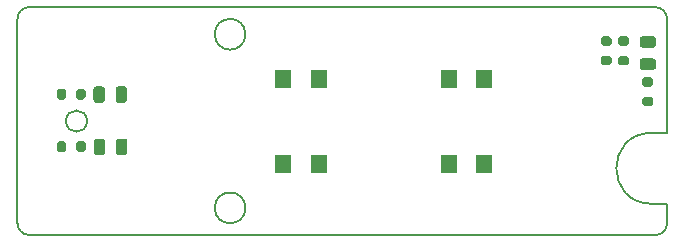
<source format=gbr>
%TF.GenerationSoftware,KiCad,Pcbnew,(5.1.10)-1*%
%TF.CreationDate,2021-10-06T18:40:40-05:00*%
%TF.ProjectId,BYTE_Control_Board,42595445-5f43-46f6-9e74-726f6c5f426f,v2.2*%
%TF.SameCoordinates,Original*%
%TF.FileFunction,Paste,Bot*%
%TF.FilePolarity,Positive*%
%FSLAX46Y46*%
G04 Gerber Fmt 4.6, Leading zero omitted, Abs format (unit mm)*
G04 Created by KiCad (PCBNEW (5.1.10)-1) date 2021-10-06 18:40:40*
%MOMM*%
%LPD*%
G01*
G04 APERTURE LIST*
%TA.AperFunction,Profile*%
%ADD10C,0.200000*%
%TD*%
%ADD11R,1.400000X1.600000*%
G04 APERTURE END LIST*
D10*
X121480000Y-143220004D02*
G75*
G02*
X120480000Y-142220004I0J1000000D01*
G01*
X174480000Y-123920004D02*
G75*
G02*
X175480000Y-124920004I0J-1000000D01*
G01*
X174180000Y-140570004D02*
X175480000Y-140570004D01*
X174480000Y-143220004D02*
X121480000Y-143220004D01*
X120480000Y-124920004D02*
G75*
G02*
X121480000Y-123920004I1000000J0D01*
G01*
X126380000Y-133570004D02*
G75*
G03*
X126380000Y-133570004I-900000J0D01*
G01*
X139780001Y-126220004D02*
G75*
G03*
X139780001Y-126220004I-1300001J0D01*
G01*
X174180000Y-140570004D02*
G75*
G02*
X174180000Y-134570004I0J3000000D01*
G01*
X139780001Y-140920004D02*
G75*
G03*
X139780001Y-140920004I-1300001J0D01*
G01*
X175480000Y-140570004D02*
X175480000Y-142220004D01*
X175480000Y-142220004D02*
G75*
G02*
X174480000Y-143220004I-1000000J0D01*
G01*
X120480000Y-142220004D02*
X120480000Y-124920004D01*
X175480000Y-134570004D02*
X174180000Y-134570004D01*
X121480000Y-123920004D02*
X174480000Y-123920004D01*
X175480000Y-124920004D02*
X175480000Y-134570004D01*
D11*
%TO.C,SW1*%
X145980000Y-129970004D03*
X145980000Y-137170004D03*
X142980000Y-129970004D03*
X142980000Y-137170004D03*
%TD*%
%TO.C,SW2*%
X159980000Y-129970004D03*
X159980000Y-137170004D03*
X156980000Y-129970004D03*
X156980000Y-137170004D03*
%TD*%
%TO.C,R12*%
G36*
G01*
X172065000Y-127205000D02*
X171515000Y-127205000D01*
G75*
G02*
X171315000Y-127005000I0J200000D01*
G01*
X171315000Y-126605000D01*
G75*
G02*
X171515000Y-126405000I200000J0D01*
G01*
X172065000Y-126405000D01*
G75*
G02*
X172265000Y-126605000I0J-200000D01*
G01*
X172265000Y-127005000D01*
G75*
G02*
X172065000Y-127205000I-200000J0D01*
G01*
G37*
G36*
G01*
X172065000Y-128855000D02*
X171515000Y-128855000D01*
G75*
G02*
X171315000Y-128655000I0J200000D01*
G01*
X171315000Y-128255000D01*
G75*
G02*
X171515000Y-128055000I200000J0D01*
G01*
X172065000Y-128055000D01*
G75*
G02*
X172265000Y-128255000I0J-200000D01*
G01*
X172265000Y-128655000D01*
G75*
G02*
X172065000Y-128855000I-200000J0D01*
G01*
G37*
%TD*%
%TO.C,R11*%
G36*
G01*
X170045000Y-128050000D02*
X170595000Y-128050000D01*
G75*
G02*
X170795000Y-128250000I0J-200000D01*
G01*
X170795000Y-128650000D01*
G75*
G02*
X170595000Y-128850000I-200000J0D01*
G01*
X170045000Y-128850000D01*
G75*
G02*
X169845000Y-128650000I0J200000D01*
G01*
X169845000Y-128250000D01*
G75*
G02*
X170045000Y-128050000I200000J0D01*
G01*
G37*
G36*
G01*
X170045000Y-126400000D02*
X170595000Y-126400000D01*
G75*
G02*
X170795000Y-126600000I0J-200000D01*
G01*
X170795000Y-127000000D01*
G75*
G02*
X170595000Y-127200000I-200000J0D01*
G01*
X170045000Y-127200000D01*
G75*
G02*
X169845000Y-127000000I0J200000D01*
G01*
X169845000Y-126600000D01*
G75*
G02*
X170045000Y-126400000I200000J0D01*
G01*
G37*
%TD*%
%TO.C,R6*%
G36*
G01*
X125445000Y-131565000D02*
X125445000Y-131015000D01*
G75*
G02*
X125645000Y-130815000I200000J0D01*
G01*
X126045000Y-130815000D01*
G75*
G02*
X126245000Y-131015000I0J-200000D01*
G01*
X126245000Y-131565000D01*
G75*
G02*
X126045000Y-131765000I-200000J0D01*
G01*
X125645000Y-131765000D01*
G75*
G02*
X125445000Y-131565000I0J200000D01*
G01*
G37*
G36*
G01*
X123795000Y-131565000D02*
X123795000Y-131015000D01*
G75*
G02*
X123995000Y-130815000I200000J0D01*
G01*
X124395000Y-130815000D01*
G75*
G02*
X124595000Y-131015000I0J-200000D01*
G01*
X124595000Y-131565000D01*
G75*
G02*
X124395000Y-131765000I-200000J0D01*
G01*
X123995000Y-131765000D01*
G75*
G02*
X123795000Y-131565000I0J200000D01*
G01*
G37*
%TD*%
%TO.C,D3*%
G36*
G01*
X128780000Y-131786250D02*
X128780000Y-130873750D01*
G75*
G02*
X129023750Y-130630000I243750J0D01*
G01*
X129511250Y-130630000D01*
G75*
G02*
X129755000Y-130873750I0J-243750D01*
G01*
X129755000Y-131786250D01*
G75*
G02*
X129511250Y-132030000I-243750J0D01*
G01*
X129023750Y-132030000D01*
G75*
G02*
X128780000Y-131786250I0J243750D01*
G01*
G37*
G36*
G01*
X126905000Y-131786250D02*
X126905000Y-130873750D01*
G75*
G02*
X127148750Y-130630000I243750J0D01*
G01*
X127636250Y-130630000D01*
G75*
G02*
X127880000Y-130873750I0J-243750D01*
G01*
X127880000Y-131786250D01*
G75*
G02*
X127636250Y-132030000I-243750J0D01*
G01*
X127148750Y-132030000D01*
G75*
G02*
X126905000Y-131786250I0J243750D01*
G01*
G37*
%TD*%
%TO.C,R4*%
G36*
G01*
X125465000Y-136025000D02*
X125465000Y-135475000D01*
G75*
G02*
X125665000Y-135275000I200000J0D01*
G01*
X126065000Y-135275000D01*
G75*
G02*
X126265000Y-135475000I0J-200000D01*
G01*
X126265000Y-136025000D01*
G75*
G02*
X126065000Y-136225000I-200000J0D01*
G01*
X125665000Y-136225000D01*
G75*
G02*
X125465000Y-136025000I0J200000D01*
G01*
G37*
G36*
G01*
X123815000Y-136025000D02*
X123815000Y-135475000D01*
G75*
G02*
X124015000Y-135275000I200000J0D01*
G01*
X124415000Y-135275000D01*
G75*
G02*
X124615000Y-135475000I0J-200000D01*
G01*
X124615000Y-136025000D01*
G75*
G02*
X124415000Y-136225000I-200000J0D01*
G01*
X124015000Y-136225000D01*
G75*
G02*
X123815000Y-136025000I0J200000D01*
G01*
G37*
%TD*%
%TO.C,R1*%
G36*
G01*
X174125000Y-130655000D02*
X173575000Y-130655000D01*
G75*
G02*
X173375000Y-130455000I0J200000D01*
G01*
X173375000Y-130055000D01*
G75*
G02*
X173575000Y-129855000I200000J0D01*
G01*
X174125000Y-129855000D01*
G75*
G02*
X174325000Y-130055000I0J-200000D01*
G01*
X174325000Y-130455000D01*
G75*
G02*
X174125000Y-130655000I-200000J0D01*
G01*
G37*
G36*
G01*
X174125000Y-132305000D02*
X173575000Y-132305000D01*
G75*
G02*
X173375000Y-132105000I0J200000D01*
G01*
X173375000Y-131705000D01*
G75*
G02*
X173575000Y-131505000I200000J0D01*
G01*
X174125000Y-131505000D01*
G75*
G02*
X174325000Y-131705000I0J-200000D01*
G01*
X174325000Y-132105000D01*
G75*
G02*
X174125000Y-132305000I-200000J0D01*
G01*
G37*
%TD*%
%TO.C,D2*%
G36*
G01*
X128810000Y-136211250D02*
X128810000Y-135298750D01*
G75*
G02*
X129053750Y-135055000I243750J0D01*
G01*
X129541250Y-135055000D01*
G75*
G02*
X129785000Y-135298750I0J-243750D01*
G01*
X129785000Y-136211250D01*
G75*
G02*
X129541250Y-136455000I-243750J0D01*
G01*
X129053750Y-136455000D01*
G75*
G02*
X128810000Y-136211250I0J243750D01*
G01*
G37*
G36*
G01*
X126935000Y-136211250D02*
X126935000Y-135298750D01*
G75*
G02*
X127178750Y-135055000I243750J0D01*
G01*
X127666250Y-135055000D01*
G75*
G02*
X127910000Y-135298750I0J-243750D01*
G01*
X127910000Y-136211250D01*
G75*
G02*
X127666250Y-136455000I-243750J0D01*
G01*
X127178750Y-136455000D01*
G75*
G02*
X126935000Y-136211250I0J243750D01*
G01*
G37*
%TD*%
%TO.C,D1*%
G36*
G01*
X174306250Y-127370000D02*
X173393750Y-127370000D01*
G75*
G02*
X173150000Y-127126250I0J243750D01*
G01*
X173150000Y-126638750D01*
G75*
G02*
X173393750Y-126395000I243750J0D01*
G01*
X174306250Y-126395000D01*
G75*
G02*
X174550000Y-126638750I0J-243750D01*
G01*
X174550000Y-127126250D01*
G75*
G02*
X174306250Y-127370000I-243750J0D01*
G01*
G37*
G36*
G01*
X174306250Y-129245000D02*
X173393750Y-129245000D01*
G75*
G02*
X173150000Y-129001250I0J243750D01*
G01*
X173150000Y-128513750D01*
G75*
G02*
X173393750Y-128270000I243750J0D01*
G01*
X174306250Y-128270000D01*
G75*
G02*
X174550000Y-128513750I0J-243750D01*
G01*
X174550000Y-129001250D01*
G75*
G02*
X174306250Y-129245000I-243750J0D01*
G01*
G37*
%TD*%
M02*

</source>
